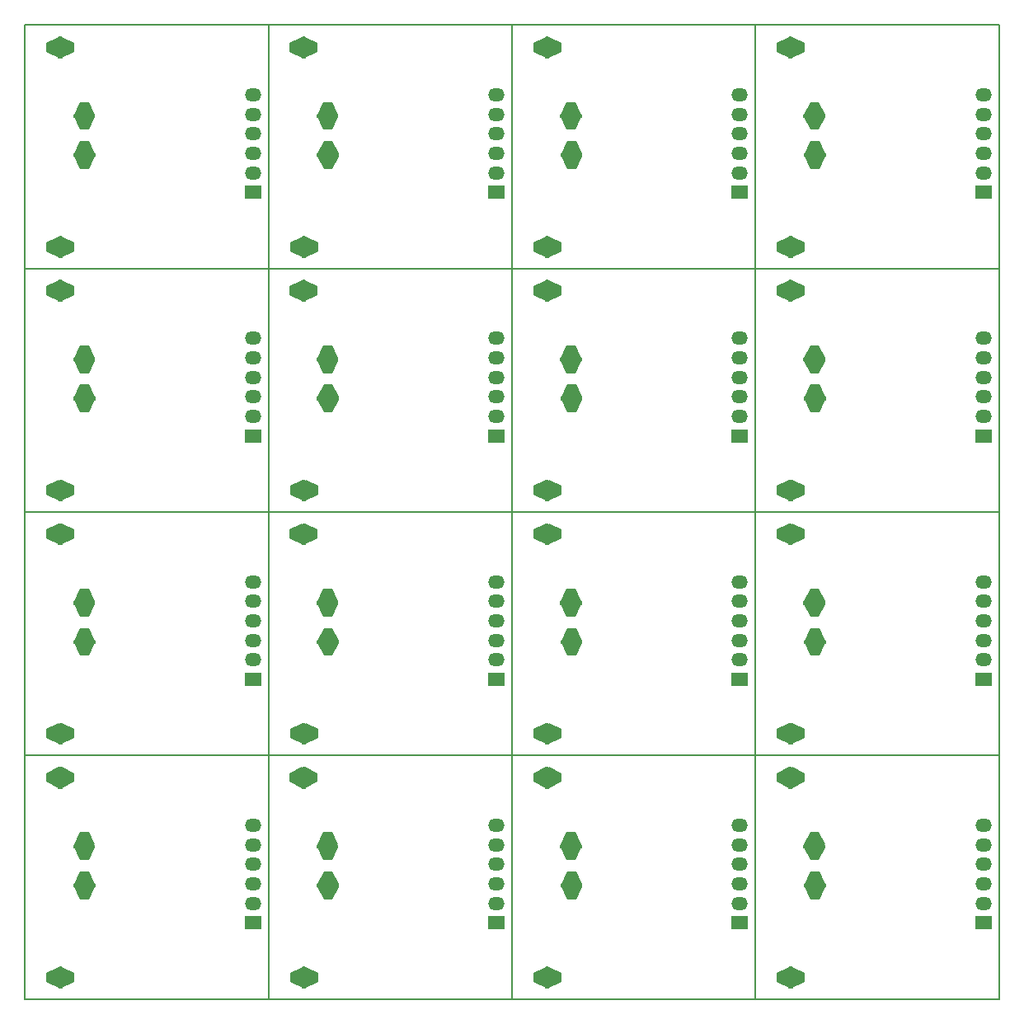
<source format=gbs>
G04 #@! TF.FileFunction,Soldermask,Bot*
%FSLAX46Y46*%
G04 Gerber Fmt 4.6, Leading zero omitted, Abs format (unit mm)*
G04 Created by KiCad (PCBNEW 4.0.2-stable) date 11/12/2017 1:18:08 PM*
%MOMM*%
G01*
G04 APERTURE LIST*
%ADD10C,0.100000*%
%ADD11C,0.150000*%
%ADD12R,1.700000X1.350000*%
%ADD13O,1.700000X1.350000*%
G04 APERTURE END LIST*
D10*
D11*
X165000000Y-125000000D02*
X190000000Y-125000000D01*
X165000000Y-125000000D02*
X165000000Y-150000000D01*
X190000000Y-150000000D02*
X165000000Y-150000000D01*
X190000000Y-125000000D02*
X190000000Y-150000000D01*
X165000000Y-150000000D02*
X165000000Y-125000000D01*
X90000000Y-150000000D02*
X90000000Y-125000000D01*
X115000000Y-125000000D02*
X115000000Y-150000000D01*
X115000000Y-150000000D02*
X90000000Y-150000000D01*
X90000000Y-125000000D02*
X115000000Y-125000000D01*
X115000000Y-150000000D02*
X115000000Y-125000000D01*
X140000000Y-125000000D02*
X165000000Y-125000000D01*
X140000000Y-125000000D02*
X140000000Y-150000000D01*
X115000000Y-125000000D02*
X140000000Y-125000000D01*
X140000000Y-150000000D02*
X140000000Y-125000000D01*
X140000000Y-150000000D02*
X115000000Y-150000000D01*
X165000000Y-150000000D02*
X140000000Y-150000000D01*
X165000000Y-100000000D02*
X190000000Y-100000000D01*
X165000000Y-100000000D02*
X165000000Y-125000000D01*
X190000000Y-125000000D02*
X165000000Y-125000000D01*
X190000000Y-100000000D02*
X190000000Y-125000000D01*
X165000000Y-125000000D02*
X165000000Y-100000000D01*
X90000000Y-125000000D02*
X90000000Y-100000000D01*
X115000000Y-100000000D02*
X115000000Y-125000000D01*
X115000000Y-125000000D02*
X90000000Y-125000000D01*
X90000000Y-100000000D02*
X115000000Y-100000000D01*
X115000000Y-125000000D02*
X115000000Y-100000000D01*
X140000000Y-100000000D02*
X165000000Y-100000000D01*
X140000000Y-100000000D02*
X140000000Y-125000000D01*
X115000000Y-100000000D02*
X140000000Y-100000000D01*
X140000000Y-125000000D02*
X140000000Y-100000000D01*
X140000000Y-125000000D02*
X115000000Y-125000000D01*
X165000000Y-125000000D02*
X140000000Y-125000000D01*
X165000000Y-75000000D02*
X190000000Y-75000000D01*
X165000000Y-75000000D02*
X165000000Y-100000000D01*
X190000000Y-100000000D02*
X165000000Y-100000000D01*
X190000000Y-75000000D02*
X190000000Y-100000000D01*
X165000000Y-100000000D02*
X165000000Y-75000000D01*
X90000000Y-100000000D02*
X90000000Y-75000000D01*
X115000000Y-75000000D02*
X115000000Y-100000000D01*
X115000000Y-100000000D02*
X90000000Y-100000000D01*
X90000000Y-75000000D02*
X115000000Y-75000000D01*
X115000000Y-100000000D02*
X115000000Y-75000000D01*
X140000000Y-75000000D02*
X165000000Y-75000000D01*
X140000000Y-75000000D02*
X140000000Y-100000000D01*
X115000000Y-75000000D02*
X140000000Y-75000000D01*
X140000000Y-100000000D02*
X140000000Y-75000000D01*
X140000000Y-100000000D02*
X115000000Y-100000000D01*
X165000000Y-100000000D02*
X140000000Y-100000000D01*
X190000000Y-75000000D02*
X165000000Y-75000000D01*
X165000000Y-75000000D02*
X140000000Y-75000000D01*
X140000000Y-75000000D02*
X140000000Y-50000000D01*
X165000000Y-50000000D02*
X165000000Y-75000000D01*
X165000000Y-50000000D02*
X190000000Y-50000000D01*
X190000000Y-50000000D02*
X190000000Y-75000000D01*
X165000000Y-75000000D02*
X165000000Y-50000000D01*
X140000000Y-50000000D02*
X165000000Y-50000000D01*
X115000000Y-50000000D02*
X140000000Y-50000000D01*
X140000000Y-75000000D02*
X115000000Y-75000000D01*
X115000000Y-75000000D02*
X115000000Y-50000000D01*
X140000000Y-50000000D02*
X140000000Y-75000000D01*
X90000000Y-75000000D02*
X90000000Y-50000000D01*
X115000000Y-75000000D02*
X90000000Y-75000000D01*
X115000000Y-50000000D02*
X115000000Y-75000000D01*
X90000000Y-50000000D02*
X115000000Y-50000000D01*
X168606600Y-126269800D02*
X168606600Y-128327200D01*
X168454200Y-126244400D02*
X168454200Y-128327200D01*
X168733600Y-126244400D02*
X168454200Y-126244400D01*
X168733600Y-128327200D02*
X168733600Y-126244400D01*
X168454200Y-128327200D02*
X168733600Y-128327200D01*
X168632000Y-146767600D02*
X168632000Y-148825000D01*
X168479600Y-146742200D02*
X168479600Y-148825000D01*
X168759000Y-146742200D02*
X168479600Y-146742200D01*
X168759000Y-148825000D02*
X168759000Y-146742200D01*
X168479600Y-148825000D02*
X168759000Y-148825000D01*
X147111800Y-138334800D02*
X145054400Y-138334800D01*
X147137200Y-138182400D02*
X145054400Y-138182400D01*
X147137200Y-138461800D02*
X147137200Y-138182400D01*
X145054400Y-138461800D02*
X147137200Y-138461800D01*
X145054400Y-138182400D02*
X145054400Y-138461800D01*
X147061000Y-134321600D02*
X145003600Y-134321600D01*
X147086400Y-134169200D02*
X145003600Y-134169200D01*
X147086400Y-134448600D02*
X147086400Y-134169200D01*
X145003600Y-134448600D02*
X147086400Y-134448600D01*
X145003600Y-134169200D02*
X145003600Y-134448600D01*
X143606600Y-126269800D02*
X143606600Y-128327200D01*
X143454200Y-126244400D02*
X143454200Y-128327200D01*
X143733600Y-126244400D02*
X143454200Y-126244400D01*
X143733600Y-128327200D02*
X143733600Y-126244400D01*
X143454200Y-128327200D02*
X143733600Y-128327200D01*
X143632000Y-146767600D02*
X143632000Y-148825000D01*
X143479600Y-146742200D02*
X143479600Y-148825000D01*
X143759000Y-146742200D02*
X143479600Y-146742200D01*
X143759000Y-148825000D02*
X143759000Y-146742200D01*
X143479600Y-148825000D02*
X143759000Y-148825000D01*
X172111800Y-138334800D02*
X170054400Y-138334800D01*
X172137200Y-138182400D02*
X170054400Y-138182400D01*
X172137200Y-138461800D02*
X172137200Y-138182400D01*
X170054400Y-138461800D02*
X172137200Y-138461800D01*
X170054400Y-138182400D02*
X170054400Y-138461800D01*
X172061000Y-134321600D02*
X170003600Y-134321600D01*
X172086400Y-134169200D02*
X170003600Y-134169200D01*
X172086400Y-134448600D02*
X172086400Y-134169200D01*
X170003600Y-134448600D02*
X172086400Y-134448600D01*
X170003600Y-134169200D02*
X170003600Y-134448600D01*
X93632000Y-146767600D02*
X93632000Y-148825000D01*
X93479600Y-146742200D02*
X93479600Y-148825000D01*
X93759000Y-146742200D02*
X93479600Y-146742200D01*
X93759000Y-148825000D02*
X93759000Y-146742200D01*
X93479600Y-148825000D02*
X93759000Y-148825000D01*
X93606600Y-126269800D02*
X93606600Y-128327200D01*
X93454200Y-126244400D02*
X93454200Y-128327200D01*
X93733600Y-126244400D02*
X93454200Y-126244400D01*
X93733600Y-128327200D02*
X93733600Y-126244400D01*
X93454200Y-128327200D02*
X93733600Y-128327200D01*
X97061000Y-134321600D02*
X95003600Y-134321600D01*
X97086400Y-134169200D02*
X95003600Y-134169200D01*
X97086400Y-134448600D02*
X97086400Y-134169200D01*
X95003600Y-134448600D02*
X97086400Y-134448600D01*
X95003600Y-134169200D02*
X95003600Y-134448600D01*
X97111800Y-138334800D02*
X95054400Y-138334800D01*
X97137200Y-138182400D02*
X95054400Y-138182400D01*
X97137200Y-138461800D02*
X97137200Y-138182400D01*
X95054400Y-138461800D02*
X97137200Y-138461800D01*
X95054400Y-138182400D02*
X95054400Y-138461800D01*
X122061000Y-134321600D02*
X120003600Y-134321600D01*
X122086400Y-134169200D02*
X120003600Y-134169200D01*
X122086400Y-134448600D02*
X122086400Y-134169200D01*
X120003600Y-134448600D02*
X122086400Y-134448600D01*
X120003600Y-134169200D02*
X120003600Y-134448600D01*
X118632000Y-146767600D02*
X118632000Y-148825000D01*
X118479600Y-146742200D02*
X118479600Y-148825000D01*
X118759000Y-146742200D02*
X118479600Y-146742200D01*
X118759000Y-148825000D02*
X118759000Y-146742200D01*
X118479600Y-148825000D02*
X118759000Y-148825000D01*
X118606600Y-126269800D02*
X118606600Y-128327200D01*
X118454200Y-126244400D02*
X118454200Y-128327200D01*
X118733600Y-126244400D02*
X118454200Y-126244400D01*
X118733600Y-128327200D02*
X118733600Y-126244400D01*
X118454200Y-128327200D02*
X118733600Y-128327200D01*
X122111800Y-138334800D02*
X120054400Y-138334800D01*
X122137200Y-138182400D02*
X120054400Y-138182400D01*
X122137200Y-138461800D02*
X122137200Y-138182400D01*
X120054400Y-138461800D02*
X122137200Y-138461800D01*
X120054400Y-138182400D02*
X120054400Y-138461800D01*
X168606600Y-101269800D02*
X168606600Y-103327200D01*
X168454200Y-101244400D02*
X168454200Y-103327200D01*
X168733600Y-101244400D02*
X168454200Y-101244400D01*
X168733600Y-103327200D02*
X168733600Y-101244400D01*
X168454200Y-103327200D02*
X168733600Y-103327200D01*
X168632000Y-121767600D02*
X168632000Y-123825000D01*
X168479600Y-121742200D02*
X168479600Y-123825000D01*
X168759000Y-121742200D02*
X168479600Y-121742200D01*
X168759000Y-123825000D02*
X168759000Y-121742200D01*
X168479600Y-123825000D02*
X168759000Y-123825000D01*
X147111800Y-113334800D02*
X145054400Y-113334800D01*
X147137200Y-113182400D02*
X145054400Y-113182400D01*
X147137200Y-113461800D02*
X147137200Y-113182400D01*
X145054400Y-113461800D02*
X147137200Y-113461800D01*
X145054400Y-113182400D02*
X145054400Y-113461800D01*
X147061000Y-109321600D02*
X145003600Y-109321600D01*
X147086400Y-109169200D02*
X145003600Y-109169200D01*
X147086400Y-109448600D02*
X147086400Y-109169200D01*
X145003600Y-109448600D02*
X147086400Y-109448600D01*
X145003600Y-109169200D02*
X145003600Y-109448600D01*
X143606600Y-101269800D02*
X143606600Y-103327200D01*
X143454200Y-101244400D02*
X143454200Y-103327200D01*
X143733600Y-101244400D02*
X143454200Y-101244400D01*
X143733600Y-103327200D02*
X143733600Y-101244400D01*
X143454200Y-103327200D02*
X143733600Y-103327200D01*
X143632000Y-121767600D02*
X143632000Y-123825000D01*
X143479600Y-121742200D02*
X143479600Y-123825000D01*
X143759000Y-121742200D02*
X143479600Y-121742200D01*
X143759000Y-123825000D02*
X143759000Y-121742200D01*
X143479600Y-123825000D02*
X143759000Y-123825000D01*
X172111800Y-113334800D02*
X170054400Y-113334800D01*
X172137200Y-113182400D02*
X170054400Y-113182400D01*
X172137200Y-113461800D02*
X172137200Y-113182400D01*
X170054400Y-113461800D02*
X172137200Y-113461800D01*
X170054400Y-113182400D02*
X170054400Y-113461800D01*
X172061000Y-109321600D02*
X170003600Y-109321600D01*
X172086400Y-109169200D02*
X170003600Y-109169200D01*
X172086400Y-109448600D02*
X172086400Y-109169200D01*
X170003600Y-109448600D02*
X172086400Y-109448600D01*
X170003600Y-109169200D02*
X170003600Y-109448600D01*
X93632000Y-121767600D02*
X93632000Y-123825000D01*
X93479600Y-121742200D02*
X93479600Y-123825000D01*
X93759000Y-121742200D02*
X93479600Y-121742200D01*
X93759000Y-123825000D02*
X93759000Y-121742200D01*
X93479600Y-123825000D02*
X93759000Y-123825000D01*
X93606600Y-101269800D02*
X93606600Y-103327200D01*
X93454200Y-101244400D02*
X93454200Y-103327200D01*
X93733600Y-101244400D02*
X93454200Y-101244400D01*
X93733600Y-103327200D02*
X93733600Y-101244400D01*
X93454200Y-103327200D02*
X93733600Y-103327200D01*
X97061000Y-109321600D02*
X95003600Y-109321600D01*
X97086400Y-109169200D02*
X95003600Y-109169200D01*
X97086400Y-109448600D02*
X97086400Y-109169200D01*
X95003600Y-109448600D02*
X97086400Y-109448600D01*
X95003600Y-109169200D02*
X95003600Y-109448600D01*
X97111800Y-113334800D02*
X95054400Y-113334800D01*
X97137200Y-113182400D02*
X95054400Y-113182400D01*
X97137200Y-113461800D02*
X97137200Y-113182400D01*
X95054400Y-113461800D02*
X97137200Y-113461800D01*
X95054400Y-113182400D02*
X95054400Y-113461800D01*
X122061000Y-109321600D02*
X120003600Y-109321600D01*
X122086400Y-109169200D02*
X120003600Y-109169200D01*
X122086400Y-109448600D02*
X122086400Y-109169200D01*
X120003600Y-109448600D02*
X122086400Y-109448600D01*
X120003600Y-109169200D02*
X120003600Y-109448600D01*
X118632000Y-121767600D02*
X118632000Y-123825000D01*
X118479600Y-121742200D02*
X118479600Y-123825000D01*
X118759000Y-121742200D02*
X118479600Y-121742200D01*
X118759000Y-123825000D02*
X118759000Y-121742200D01*
X118479600Y-123825000D02*
X118759000Y-123825000D01*
X118606600Y-101269800D02*
X118606600Y-103327200D01*
X118454200Y-101244400D02*
X118454200Y-103327200D01*
X118733600Y-101244400D02*
X118454200Y-101244400D01*
X118733600Y-103327200D02*
X118733600Y-101244400D01*
X118454200Y-103327200D02*
X118733600Y-103327200D01*
X122111800Y-113334800D02*
X120054400Y-113334800D01*
X122137200Y-113182400D02*
X120054400Y-113182400D01*
X122137200Y-113461800D02*
X122137200Y-113182400D01*
X120054400Y-113461800D02*
X122137200Y-113461800D01*
X120054400Y-113182400D02*
X120054400Y-113461800D01*
X168606600Y-76269800D02*
X168606600Y-78327200D01*
X168454200Y-76244400D02*
X168454200Y-78327200D01*
X168733600Y-76244400D02*
X168454200Y-76244400D01*
X168733600Y-78327200D02*
X168733600Y-76244400D01*
X168454200Y-78327200D02*
X168733600Y-78327200D01*
X168632000Y-96767600D02*
X168632000Y-98825000D01*
X168479600Y-96742200D02*
X168479600Y-98825000D01*
X168759000Y-96742200D02*
X168479600Y-96742200D01*
X168759000Y-98825000D02*
X168759000Y-96742200D01*
X168479600Y-98825000D02*
X168759000Y-98825000D01*
X147111800Y-88334800D02*
X145054400Y-88334800D01*
X147137200Y-88182400D02*
X145054400Y-88182400D01*
X147137200Y-88461800D02*
X147137200Y-88182400D01*
X145054400Y-88461800D02*
X147137200Y-88461800D01*
X145054400Y-88182400D02*
X145054400Y-88461800D01*
X147061000Y-84321600D02*
X145003600Y-84321600D01*
X147086400Y-84169200D02*
X145003600Y-84169200D01*
X147086400Y-84448600D02*
X147086400Y-84169200D01*
X145003600Y-84448600D02*
X147086400Y-84448600D01*
X145003600Y-84169200D02*
X145003600Y-84448600D01*
X143606600Y-76269800D02*
X143606600Y-78327200D01*
X143454200Y-76244400D02*
X143454200Y-78327200D01*
X143733600Y-76244400D02*
X143454200Y-76244400D01*
X143733600Y-78327200D02*
X143733600Y-76244400D01*
X143454200Y-78327200D02*
X143733600Y-78327200D01*
X143632000Y-96767600D02*
X143632000Y-98825000D01*
X143479600Y-96742200D02*
X143479600Y-98825000D01*
X143759000Y-96742200D02*
X143479600Y-96742200D01*
X143759000Y-98825000D02*
X143759000Y-96742200D01*
X143479600Y-98825000D02*
X143759000Y-98825000D01*
X172111800Y-88334800D02*
X170054400Y-88334800D01*
X172137200Y-88182400D02*
X170054400Y-88182400D01*
X172137200Y-88461800D02*
X172137200Y-88182400D01*
X170054400Y-88461800D02*
X172137200Y-88461800D01*
X170054400Y-88182400D02*
X170054400Y-88461800D01*
X172061000Y-84321600D02*
X170003600Y-84321600D01*
X172086400Y-84169200D02*
X170003600Y-84169200D01*
X172086400Y-84448600D02*
X172086400Y-84169200D01*
X170003600Y-84448600D02*
X172086400Y-84448600D01*
X170003600Y-84169200D02*
X170003600Y-84448600D01*
X93632000Y-96767600D02*
X93632000Y-98825000D01*
X93479600Y-96742200D02*
X93479600Y-98825000D01*
X93759000Y-96742200D02*
X93479600Y-96742200D01*
X93759000Y-98825000D02*
X93759000Y-96742200D01*
X93479600Y-98825000D02*
X93759000Y-98825000D01*
X93606600Y-76269800D02*
X93606600Y-78327200D01*
X93454200Y-76244400D02*
X93454200Y-78327200D01*
X93733600Y-76244400D02*
X93454200Y-76244400D01*
X93733600Y-78327200D02*
X93733600Y-76244400D01*
X93454200Y-78327200D02*
X93733600Y-78327200D01*
X97061000Y-84321600D02*
X95003600Y-84321600D01*
X97086400Y-84169200D02*
X95003600Y-84169200D01*
X97086400Y-84448600D02*
X97086400Y-84169200D01*
X95003600Y-84448600D02*
X97086400Y-84448600D01*
X95003600Y-84169200D02*
X95003600Y-84448600D01*
X97111800Y-88334800D02*
X95054400Y-88334800D01*
X97137200Y-88182400D02*
X95054400Y-88182400D01*
X97137200Y-88461800D02*
X97137200Y-88182400D01*
X95054400Y-88461800D02*
X97137200Y-88461800D01*
X95054400Y-88182400D02*
X95054400Y-88461800D01*
X122061000Y-84321600D02*
X120003600Y-84321600D01*
X122086400Y-84169200D02*
X120003600Y-84169200D01*
X122086400Y-84448600D02*
X122086400Y-84169200D01*
X120003600Y-84448600D02*
X122086400Y-84448600D01*
X120003600Y-84169200D02*
X120003600Y-84448600D01*
X118632000Y-96767600D02*
X118632000Y-98825000D01*
X118479600Y-96742200D02*
X118479600Y-98825000D01*
X118759000Y-96742200D02*
X118479600Y-96742200D01*
X118759000Y-98825000D02*
X118759000Y-96742200D01*
X118479600Y-98825000D02*
X118759000Y-98825000D01*
X118606600Y-76269800D02*
X118606600Y-78327200D01*
X118454200Y-76244400D02*
X118454200Y-78327200D01*
X118733600Y-76244400D02*
X118454200Y-76244400D01*
X118733600Y-78327200D02*
X118733600Y-76244400D01*
X118454200Y-78327200D02*
X118733600Y-78327200D01*
X122111800Y-88334800D02*
X120054400Y-88334800D01*
X122137200Y-88182400D02*
X120054400Y-88182400D01*
X122137200Y-88461800D02*
X122137200Y-88182400D01*
X120054400Y-88461800D02*
X122137200Y-88461800D01*
X120054400Y-88182400D02*
X120054400Y-88461800D01*
X143606600Y-51269800D02*
X143606600Y-53327200D01*
X143454200Y-51244400D02*
X143454200Y-53327200D01*
X143733600Y-51244400D02*
X143454200Y-51244400D01*
X143733600Y-53327200D02*
X143733600Y-51244400D01*
X143454200Y-53327200D02*
X143733600Y-53327200D01*
X147061000Y-59321600D02*
X145003600Y-59321600D01*
X147086400Y-59169200D02*
X145003600Y-59169200D01*
X147086400Y-59448600D02*
X147086400Y-59169200D01*
X145003600Y-59448600D02*
X147086400Y-59448600D01*
X145003600Y-59169200D02*
X145003600Y-59448600D01*
X143632000Y-71767600D02*
X143632000Y-73825000D01*
X143479600Y-71742200D02*
X143479600Y-73825000D01*
X143759000Y-71742200D02*
X143479600Y-71742200D01*
X143759000Y-73825000D02*
X143759000Y-71742200D01*
X143479600Y-73825000D02*
X143759000Y-73825000D01*
X147111800Y-63334800D02*
X145054400Y-63334800D01*
X147137200Y-63182400D02*
X145054400Y-63182400D01*
X147137200Y-63461800D02*
X147137200Y-63182400D01*
X145054400Y-63461800D02*
X147137200Y-63461800D01*
X145054400Y-63182400D02*
X145054400Y-63461800D01*
X172061000Y-59321600D02*
X170003600Y-59321600D01*
X172086400Y-59169200D02*
X170003600Y-59169200D01*
X172086400Y-59448600D02*
X172086400Y-59169200D01*
X170003600Y-59448600D02*
X172086400Y-59448600D01*
X170003600Y-59169200D02*
X170003600Y-59448600D01*
X168606600Y-51269800D02*
X168606600Y-53327200D01*
X168454200Y-51244400D02*
X168454200Y-53327200D01*
X168733600Y-51244400D02*
X168454200Y-51244400D01*
X168733600Y-53327200D02*
X168733600Y-51244400D01*
X168454200Y-53327200D02*
X168733600Y-53327200D01*
X172111800Y-63334800D02*
X170054400Y-63334800D01*
X172137200Y-63182400D02*
X170054400Y-63182400D01*
X172137200Y-63461800D02*
X172137200Y-63182400D01*
X170054400Y-63461800D02*
X172137200Y-63461800D01*
X170054400Y-63182400D02*
X170054400Y-63461800D01*
X168632000Y-71767600D02*
X168632000Y-73825000D01*
X168479600Y-71742200D02*
X168479600Y-73825000D01*
X168759000Y-71742200D02*
X168479600Y-71742200D01*
X168759000Y-73825000D02*
X168759000Y-71742200D01*
X168479600Y-73825000D02*
X168759000Y-73825000D01*
X122111800Y-63334800D02*
X120054400Y-63334800D01*
X122137200Y-63182400D02*
X120054400Y-63182400D01*
X122137200Y-63461800D02*
X122137200Y-63182400D01*
X120054400Y-63461800D02*
X122137200Y-63461800D01*
X120054400Y-63182400D02*
X120054400Y-63461800D01*
X118606600Y-51269800D02*
X118606600Y-53327200D01*
X118454200Y-51244400D02*
X118454200Y-53327200D01*
X118733600Y-51244400D02*
X118454200Y-51244400D01*
X118733600Y-53327200D02*
X118733600Y-51244400D01*
X118454200Y-53327200D02*
X118733600Y-53327200D01*
X118632000Y-71767600D02*
X118632000Y-73825000D01*
X118479600Y-71742200D02*
X118479600Y-73825000D01*
X118759000Y-71742200D02*
X118479600Y-71742200D01*
X118759000Y-73825000D02*
X118759000Y-71742200D01*
X118479600Y-73825000D02*
X118759000Y-73825000D01*
X122061000Y-59321600D02*
X120003600Y-59321600D01*
X122086400Y-59169200D02*
X120003600Y-59169200D01*
X122086400Y-59448600D02*
X122086400Y-59169200D01*
X120003600Y-59448600D02*
X122086400Y-59448600D01*
X120003600Y-59169200D02*
X120003600Y-59448600D01*
X93632000Y-71767600D02*
X93632000Y-73825000D01*
X93479600Y-71742200D02*
X93479600Y-73825000D01*
X93759000Y-71742200D02*
X93479600Y-71742200D01*
X93759000Y-73825000D02*
X93759000Y-71742200D01*
X93479600Y-73825000D02*
X93759000Y-73825000D01*
X93606600Y-51269800D02*
X93606600Y-53327200D01*
X93454200Y-51244400D02*
X93454200Y-53327200D01*
X93733600Y-51244400D02*
X93454200Y-51244400D01*
X93733600Y-53327200D02*
X93733600Y-51244400D01*
X93454200Y-53327200D02*
X93733600Y-53327200D01*
X97061000Y-59321600D02*
X95003600Y-59321600D01*
X97086400Y-59169200D02*
X95003600Y-59169200D01*
X97086400Y-59448600D02*
X97086400Y-59169200D01*
X95003600Y-59448600D02*
X97086400Y-59448600D01*
X95003600Y-59169200D02*
X95003600Y-59448600D01*
X97111800Y-63334800D02*
X95054400Y-63334800D01*
X97137200Y-63182400D02*
X95054400Y-63182400D01*
X97137200Y-63461800D02*
X97137200Y-63182400D01*
X95054400Y-63461800D02*
X97137200Y-63461800D01*
X95054400Y-63182400D02*
X95054400Y-63461800D01*
D10*
G36*
X168771600Y-128322400D02*
X168771600Y-126198400D01*
X170041600Y-126798400D01*
X170041600Y-127722400D01*
X168771600Y-128322400D01*
X168771600Y-128322400D01*
G37*
G36*
X167171600Y-127722400D02*
X167171600Y-126798400D01*
X168441600Y-126198400D01*
X168441600Y-128322400D01*
X167171600Y-127722400D01*
X167171600Y-127722400D01*
G37*
D12*
X163393200Y-142175800D03*
D13*
X163393200Y-140175800D03*
X163393200Y-138175800D03*
X163393200Y-136175800D03*
X163393200Y-134175800D03*
X163393200Y-132175800D03*
D10*
G36*
X168797000Y-148820200D02*
X168797000Y-146696200D01*
X170067000Y-147296200D01*
X170067000Y-148220200D01*
X168797000Y-148820200D01*
X168797000Y-148820200D01*
G37*
G36*
X167197000Y-148220200D02*
X167197000Y-147296200D01*
X168467000Y-146696200D01*
X168467000Y-148820200D01*
X167197000Y-148220200D01*
X167197000Y-148220200D01*
G37*
D12*
X138393200Y-142175800D03*
D13*
X138393200Y-140175800D03*
X138393200Y-138175800D03*
X138393200Y-136175800D03*
X138393200Y-134175800D03*
X138393200Y-132175800D03*
D10*
G36*
X145059200Y-138499800D02*
X147183200Y-138499800D01*
X146583200Y-139769800D01*
X145659200Y-139769800D01*
X145059200Y-138499800D01*
X145059200Y-138499800D01*
G37*
G36*
X145659200Y-136899800D02*
X146583200Y-136899800D01*
X147183200Y-138169800D01*
X145059200Y-138169800D01*
X145659200Y-136899800D01*
X145659200Y-136899800D01*
G37*
G36*
X145008400Y-134486600D02*
X147132400Y-134486600D01*
X146532400Y-135756600D01*
X145608400Y-135756600D01*
X145008400Y-134486600D01*
X145008400Y-134486600D01*
G37*
G36*
X145608400Y-132886600D02*
X146532400Y-132886600D01*
X147132400Y-134156600D01*
X145008400Y-134156600D01*
X145608400Y-132886600D01*
X145608400Y-132886600D01*
G37*
G36*
X143771600Y-128322400D02*
X143771600Y-126198400D01*
X145041600Y-126798400D01*
X145041600Y-127722400D01*
X143771600Y-128322400D01*
X143771600Y-128322400D01*
G37*
G36*
X142171600Y-127722400D02*
X142171600Y-126798400D01*
X143441600Y-126198400D01*
X143441600Y-128322400D01*
X142171600Y-127722400D01*
X142171600Y-127722400D01*
G37*
G36*
X143797000Y-148820200D02*
X143797000Y-146696200D01*
X145067000Y-147296200D01*
X145067000Y-148220200D01*
X143797000Y-148820200D01*
X143797000Y-148820200D01*
G37*
G36*
X142197000Y-148220200D02*
X142197000Y-147296200D01*
X143467000Y-146696200D01*
X143467000Y-148820200D01*
X142197000Y-148220200D01*
X142197000Y-148220200D01*
G37*
D12*
X188393200Y-142175800D03*
D13*
X188393200Y-140175800D03*
X188393200Y-138175800D03*
X188393200Y-136175800D03*
X188393200Y-134175800D03*
X188393200Y-132175800D03*
D10*
G36*
X170059200Y-138499800D02*
X172183200Y-138499800D01*
X171583200Y-139769800D01*
X170659200Y-139769800D01*
X170059200Y-138499800D01*
X170059200Y-138499800D01*
G37*
G36*
X170659200Y-136899800D02*
X171583200Y-136899800D01*
X172183200Y-138169800D01*
X170059200Y-138169800D01*
X170659200Y-136899800D01*
X170659200Y-136899800D01*
G37*
G36*
X170008400Y-134486600D02*
X172132400Y-134486600D01*
X171532400Y-135756600D01*
X170608400Y-135756600D01*
X170008400Y-134486600D01*
X170008400Y-134486600D01*
G37*
G36*
X170608400Y-132886600D02*
X171532400Y-132886600D01*
X172132400Y-134156600D01*
X170008400Y-134156600D01*
X170608400Y-132886600D01*
X170608400Y-132886600D01*
G37*
G36*
X93797000Y-148820200D02*
X93797000Y-146696200D01*
X95067000Y-147296200D01*
X95067000Y-148220200D01*
X93797000Y-148820200D01*
X93797000Y-148820200D01*
G37*
G36*
X92197000Y-148220200D02*
X92197000Y-147296200D01*
X93467000Y-146696200D01*
X93467000Y-148820200D01*
X92197000Y-148220200D01*
X92197000Y-148220200D01*
G37*
G36*
X93771600Y-128322400D02*
X93771600Y-126198400D01*
X95041600Y-126798400D01*
X95041600Y-127722400D01*
X93771600Y-128322400D01*
X93771600Y-128322400D01*
G37*
G36*
X92171600Y-127722400D02*
X92171600Y-126798400D01*
X93441600Y-126198400D01*
X93441600Y-128322400D01*
X92171600Y-127722400D01*
X92171600Y-127722400D01*
G37*
G36*
X95008400Y-134486600D02*
X97132400Y-134486600D01*
X96532400Y-135756600D01*
X95608400Y-135756600D01*
X95008400Y-134486600D01*
X95008400Y-134486600D01*
G37*
G36*
X95608400Y-132886600D02*
X96532400Y-132886600D01*
X97132400Y-134156600D01*
X95008400Y-134156600D01*
X95608400Y-132886600D01*
X95608400Y-132886600D01*
G37*
G36*
X95059200Y-138499800D02*
X97183200Y-138499800D01*
X96583200Y-139769800D01*
X95659200Y-139769800D01*
X95059200Y-138499800D01*
X95059200Y-138499800D01*
G37*
G36*
X95659200Y-136899800D02*
X96583200Y-136899800D01*
X97183200Y-138169800D01*
X95059200Y-138169800D01*
X95659200Y-136899800D01*
X95659200Y-136899800D01*
G37*
G36*
X120008400Y-134486600D02*
X122132400Y-134486600D01*
X121532400Y-135756600D01*
X120608400Y-135756600D01*
X120008400Y-134486600D01*
X120008400Y-134486600D01*
G37*
G36*
X120608400Y-132886600D02*
X121532400Y-132886600D01*
X122132400Y-134156600D01*
X120008400Y-134156600D01*
X120608400Y-132886600D01*
X120608400Y-132886600D01*
G37*
G36*
X118797000Y-148820200D02*
X118797000Y-146696200D01*
X120067000Y-147296200D01*
X120067000Y-148220200D01*
X118797000Y-148820200D01*
X118797000Y-148820200D01*
G37*
G36*
X117197000Y-148220200D02*
X117197000Y-147296200D01*
X118467000Y-146696200D01*
X118467000Y-148820200D01*
X117197000Y-148220200D01*
X117197000Y-148220200D01*
G37*
G36*
X118771600Y-128322400D02*
X118771600Y-126198400D01*
X120041600Y-126798400D01*
X120041600Y-127722400D01*
X118771600Y-128322400D01*
X118771600Y-128322400D01*
G37*
G36*
X117171600Y-127722400D02*
X117171600Y-126798400D01*
X118441600Y-126198400D01*
X118441600Y-128322400D01*
X117171600Y-127722400D01*
X117171600Y-127722400D01*
G37*
D12*
X113393200Y-142175800D03*
D13*
X113393200Y-140175800D03*
X113393200Y-138175800D03*
X113393200Y-136175800D03*
X113393200Y-134175800D03*
X113393200Y-132175800D03*
D10*
G36*
X120059200Y-138499800D02*
X122183200Y-138499800D01*
X121583200Y-139769800D01*
X120659200Y-139769800D01*
X120059200Y-138499800D01*
X120059200Y-138499800D01*
G37*
G36*
X120659200Y-136899800D02*
X121583200Y-136899800D01*
X122183200Y-138169800D01*
X120059200Y-138169800D01*
X120659200Y-136899800D01*
X120659200Y-136899800D01*
G37*
G36*
X168771600Y-103322400D02*
X168771600Y-101198400D01*
X170041600Y-101798400D01*
X170041600Y-102722400D01*
X168771600Y-103322400D01*
X168771600Y-103322400D01*
G37*
G36*
X167171600Y-102722400D02*
X167171600Y-101798400D01*
X168441600Y-101198400D01*
X168441600Y-103322400D01*
X167171600Y-102722400D01*
X167171600Y-102722400D01*
G37*
D12*
X163393200Y-117175800D03*
D13*
X163393200Y-115175800D03*
X163393200Y-113175800D03*
X163393200Y-111175800D03*
X163393200Y-109175800D03*
X163393200Y-107175800D03*
D10*
G36*
X168797000Y-123820200D02*
X168797000Y-121696200D01*
X170067000Y-122296200D01*
X170067000Y-123220200D01*
X168797000Y-123820200D01*
X168797000Y-123820200D01*
G37*
G36*
X167197000Y-123220200D02*
X167197000Y-122296200D01*
X168467000Y-121696200D01*
X168467000Y-123820200D01*
X167197000Y-123220200D01*
X167197000Y-123220200D01*
G37*
D12*
X138393200Y-117175800D03*
D13*
X138393200Y-115175800D03*
X138393200Y-113175800D03*
X138393200Y-111175800D03*
X138393200Y-109175800D03*
X138393200Y-107175800D03*
D10*
G36*
X145059200Y-113499800D02*
X147183200Y-113499800D01*
X146583200Y-114769800D01*
X145659200Y-114769800D01*
X145059200Y-113499800D01*
X145059200Y-113499800D01*
G37*
G36*
X145659200Y-111899800D02*
X146583200Y-111899800D01*
X147183200Y-113169800D01*
X145059200Y-113169800D01*
X145659200Y-111899800D01*
X145659200Y-111899800D01*
G37*
G36*
X145008400Y-109486600D02*
X147132400Y-109486600D01*
X146532400Y-110756600D01*
X145608400Y-110756600D01*
X145008400Y-109486600D01*
X145008400Y-109486600D01*
G37*
G36*
X145608400Y-107886600D02*
X146532400Y-107886600D01*
X147132400Y-109156600D01*
X145008400Y-109156600D01*
X145608400Y-107886600D01*
X145608400Y-107886600D01*
G37*
G36*
X143771600Y-103322400D02*
X143771600Y-101198400D01*
X145041600Y-101798400D01*
X145041600Y-102722400D01*
X143771600Y-103322400D01*
X143771600Y-103322400D01*
G37*
G36*
X142171600Y-102722400D02*
X142171600Y-101798400D01*
X143441600Y-101198400D01*
X143441600Y-103322400D01*
X142171600Y-102722400D01*
X142171600Y-102722400D01*
G37*
G36*
X143797000Y-123820200D02*
X143797000Y-121696200D01*
X145067000Y-122296200D01*
X145067000Y-123220200D01*
X143797000Y-123820200D01*
X143797000Y-123820200D01*
G37*
G36*
X142197000Y-123220200D02*
X142197000Y-122296200D01*
X143467000Y-121696200D01*
X143467000Y-123820200D01*
X142197000Y-123220200D01*
X142197000Y-123220200D01*
G37*
D12*
X188393200Y-117175800D03*
D13*
X188393200Y-115175800D03*
X188393200Y-113175800D03*
X188393200Y-111175800D03*
X188393200Y-109175800D03*
X188393200Y-107175800D03*
D10*
G36*
X170059200Y-113499800D02*
X172183200Y-113499800D01*
X171583200Y-114769800D01*
X170659200Y-114769800D01*
X170059200Y-113499800D01*
X170059200Y-113499800D01*
G37*
G36*
X170659200Y-111899800D02*
X171583200Y-111899800D01*
X172183200Y-113169800D01*
X170059200Y-113169800D01*
X170659200Y-111899800D01*
X170659200Y-111899800D01*
G37*
G36*
X170008400Y-109486600D02*
X172132400Y-109486600D01*
X171532400Y-110756600D01*
X170608400Y-110756600D01*
X170008400Y-109486600D01*
X170008400Y-109486600D01*
G37*
G36*
X170608400Y-107886600D02*
X171532400Y-107886600D01*
X172132400Y-109156600D01*
X170008400Y-109156600D01*
X170608400Y-107886600D01*
X170608400Y-107886600D01*
G37*
G36*
X93797000Y-123820200D02*
X93797000Y-121696200D01*
X95067000Y-122296200D01*
X95067000Y-123220200D01*
X93797000Y-123820200D01*
X93797000Y-123820200D01*
G37*
G36*
X92197000Y-123220200D02*
X92197000Y-122296200D01*
X93467000Y-121696200D01*
X93467000Y-123820200D01*
X92197000Y-123220200D01*
X92197000Y-123220200D01*
G37*
G36*
X93771600Y-103322400D02*
X93771600Y-101198400D01*
X95041600Y-101798400D01*
X95041600Y-102722400D01*
X93771600Y-103322400D01*
X93771600Y-103322400D01*
G37*
G36*
X92171600Y-102722400D02*
X92171600Y-101798400D01*
X93441600Y-101198400D01*
X93441600Y-103322400D01*
X92171600Y-102722400D01*
X92171600Y-102722400D01*
G37*
G36*
X95008400Y-109486600D02*
X97132400Y-109486600D01*
X96532400Y-110756600D01*
X95608400Y-110756600D01*
X95008400Y-109486600D01*
X95008400Y-109486600D01*
G37*
G36*
X95608400Y-107886600D02*
X96532400Y-107886600D01*
X97132400Y-109156600D01*
X95008400Y-109156600D01*
X95608400Y-107886600D01*
X95608400Y-107886600D01*
G37*
G36*
X95059200Y-113499800D02*
X97183200Y-113499800D01*
X96583200Y-114769800D01*
X95659200Y-114769800D01*
X95059200Y-113499800D01*
X95059200Y-113499800D01*
G37*
G36*
X95659200Y-111899800D02*
X96583200Y-111899800D01*
X97183200Y-113169800D01*
X95059200Y-113169800D01*
X95659200Y-111899800D01*
X95659200Y-111899800D01*
G37*
G36*
X120008400Y-109486600D02*
X122132400Y-109486600D01*
X121532400Y-110756600D01*
X120608400Y-110756600D01*
X120008400Y-109486600D01*
X120008400Y-109486600D01*
G37*
G36*
X120608400Y-107886600D02*
X121532400Y-107886600D01*
X122132400Y-109156600D01*
X120008400Y-109156600D01*
X120608400Y-107886600D01*
X120608400Y-107886600D01*
G37*
G36*
X118797000Y-123820200D02*
X118797000Y-121696200D01*
X120067000Y-122296200D01*
X120067000Y-123220200D01*
X118797000Y-123820200D01*
X118797000Y-123820200D01*
G37*
G36*
X117197000Y-123220200D02*
X117197000Y-122296200D01*
X118467000Y-121696200D01*
X118467000Y-123820200D01*
X117197000Y-123220200D01*
X117197000Y-123220200D01*
G37*
G36*
X118771600Y-103322400D02*
X118771600Y-101198400D01*
X120041600Y-101798400D01*
X120041600Y-102722400D01*
X118771600Y-103322400D01*
X118771600Y-103322400D01*
G37*
G36*
X117171600Y-102722400D02*
X117171600Y-101798400D01*
X118441600Y-101198400D01*
X118441600Y-103322400D01*
X117171600Y-102722400D01*
X117171600Y-102722400D01*
G37*
D12*
X113393200Y-117175800D03*
D13*
X113393200Y-115175800D03*
X113393200Y-113175800D03*
X113393200Y-111175800D03*
X113393200Y-109175800D03*
X113393200Y-107175800D03*
D10*
G36*
X120059200Y-113499800D02*
X122183200Y-113499800D01*
X121583200Y-114769800D01*
X120659200Y-114769800D01*
X120059200Y-113499800D01*
X120059200Y-113499800D01*
G37*
G36*
X120659200Y-111899800D02*
X121583200Y-111899800D01*
X122183200Y-113169800D01*
X120059200Y-113169800D01*
X120659200Y-111899800D01*
X120659200Y-111899800D01*
G37*
G36*
X168771600Y-78322400D02*
X168771600Y-76198400D01*
X170041600Y-76798400D01*
X170041600Y-77722400D01*
X168771600Y-78322400D01*
X168771600Y-78322400D01*
G37*
G36*
X167171600Y-77722400D02*
X167171600Y-76798400D01*
X168441600Y-76198400D01*
X168441600Y-78322400D01*
X167171600Y-77722400D01*
X167171600Y-77722400D01*
G37*
D12*
X163393200Y-92175800D03*
D13*
X163393200Y-90175800D03*
X163393200Y-88175800D03*
X163393200Y-86175800D03*
X163393200Y-84175800D03*
X163393200Y-82175800D03*
D10*
G36*
X168797000Y-98820200D02*
X168797000Y-96696200D01*
X170067000Y-97296200D01*
X170067000Y-98220200D01*
X168797000Y-98820200D01*
X168797000Y-98820200D01*
G37*
G36*
X167197000Y-98220200D02*
X167197000Y-97296200D01*
X168467000Y-96696200D01*
X168467000Y-98820200D01*
X167197000Y-98220200D01*
X167197000Y-98220200D01*
G37*
D12*
X138393200Y-92175800D03*
D13*
X138393200Y-90175800D03*
X138393200Y-88175800D03*
X138393200Y-86175800D03*
X138393200Y-84175800D03*
X138393200Y-82175800D03*
D10*
G36*
X145059200Y-88499800D02*
X147183200Y-88499800D01*
X146583200Y-89769800D01*
X145659200Y-89769800D01*
X145059200Y-88499800D01*
X145059200Y-88499800D01*
G37*
G36*
X145659200Y-86899800D02*
X146583200Y-86899800D01*
X147183200Y-88169800D01*
X145059200Y-88169800D01*
X145659200Y-86899800D01*
X145659200Y-86899800D01*
G37*
G36*
X145008400Y-84486600D02*
X147132400Y-84486600D01*
X146532400Y-85756600D01*
X145608400Y-85756600D01*
X145008400Y-84486600D01*
X145008400Y-84486600D01*
G37*
G36*
X145608400Y-82886600D02*
X146532400Y-82886600D01*
X147132400Y-84156600D01*
X145008400Y-84156600D01*
X145608400Y-82886600D01*
X145608400Y-82886600D01*
G37*
G36*
X143771600Y-78322400D02*
X143771600Y-76198400D01*
X145041600Y-76798400D01*
X145041600Y-77722400D01*
X143771600Y-78322400D01*
X143771600Y-78322400D01*
G37*
G36*
X142171600Y-77722400D02*
X142171600Y-76798400D01*
X143441600Y-76198400D01*
X143441600Y-78322400D01*
X142171600Y-77722400D01*
X142171600Y-77722400D01*
G37*
G36*
X143797000Y-98820200D02*
X143797000Y-96696200D01*
X145067000Y-97296200D01*
X145067000Y-98220200D01*
X143797000Y-98820200D01*
X143797000Y-98820200D01*
G37*
G36*
X142197000Y-98220200D02*
X142197000Y-97296200D01*
X143467000Y-96696200D01*
X143467000Y-98820200D01*
X142197000Y-98220200D01*
X142197000Y-98220200D01*
G37*
D12*
X188393200Y-92175800D03*
D13*
X188393200Y-90175800D03*
X188393200Y-88175800D03*
X188393200Y-86175800D03*
X188393200Y-84175800D03*
X188393200Y-82175800D03*
D10*
G36*
X170059200Y-88499800D02*
X172183200Y-88499800D01*
X171583200Y-89769800D01*
X170659200Y-89769800D01*
X170059200Y-88499800D01*
X170059200Y-88499800D01*
G37*
G36*
X170659200Y-86899800D02*
X171583200Y-86899800D01*
X172183200Y-88169800D01*
X170059200Y-88169800D01*
X170659200Y-86899800D01*
X170659200Y-86899800D01*
G37*
G36*
X170008400Y-84486600D02*
X172132400Y-84486600D01*
X171532400Y-85756600D01*
X170608400Y-85756600D01*
X170008400Y-84486600D01*
X170008400Y-84486600D01*
G37*
G36*
X170608400Y-82886600D02*
X171532400Y-82886600D01*
X172132400Y-84156600D01*
X170008400Y-84156600D01*
X170608400Y-82886600D01*
X170608400Y-82886600D01*
G37*
G36*
X93797000Y-98820200D02*
X93797000Y-96696200D01*
X95067000Y-97296200D01*
X95067000Y-98220200D01*
X93797000Y-98820200D01*
X93797000Y-98820200D01*
G37*
G36*
X92197000Y-98220200D02*
X92197000Y-97296200D01*
X93467000Y-96696200D01*
X93467000Y-98820200D01*
X92197000Y-98220200D01*
X92197000Y-98220200D01*
G37*
G36*
X93771600Y-78322400D02*
X93771600Y-76198400D01*
X95041600Y-76798400D01*
X95041600Y-77722400D01*
X93771600Y-78322400D01*
X93771600Y-78322400D01*
G37*
G36*
X92171600Y-77722400D02*
X92171600Y-76798400D01*
X93441600Y-76198400D01*
X93441600Y-78322400D01*
X92171600Y-77722400D01*
X92171600Y-77722400D01*
G37*
G36*
X95008400Y-84486600D02*
X97132400Y-84486600D01*
X96532400Y-85756600D01*
X95608400Y-85756600D01*
X95008400Y-84486600D01*
X95008400Y-84486600D01*
G37*
G36*
X95608400Y-82886600D02*
X96532400Y-82886600D01*
X97132400Y-84156600D01*
X95008400Y-84156600D01*
X95608400Y-82886600D01*
X95608400Y-82886600D01*
G37*
G36*
X95059200Y-88499800D02*
X97183200Y-88499800D01*
X96583200Y-89769800D01*
X95659200Y-89769800D01*
X95059200Y-88499800D01*
X95059200Y-88499800D01*
G37*
G36*
X95659200Y-86899800D02*
X96583200Y-86899800D01*
X97183200Y-88169800D01*
X95059200Y-88169800D01*
X95659200Y-86899800D01*
X95659200Y-86899800D01*
G37*
G36*
X120008400Y-84486600D02*
X122132400Y-84486600D01*
X121532400Y-85756600D01*
X120608400Y-85756600D01*
X120008400Y-84486600D01*
X120008400Y-84486600D01*
G37*
G36*
X120608400Y-82886600D02*
X121532400Y-82886600D01*
X122132400Y-84156600D01*
X120008400Y-84156600D01*
X120608400Y-82886600D01*
X120608400Y-82886600D01*
G37*
G36*
X118797000Y-98820200D02*
X118797000Y-96696200D01*
X120067000Y-97296200D01*
X120067000Y-98220200D01*
X118797000Y-98820200D01*
X118797000Y-98820200D01*
G37*
G36*
X117197000Y-98220200D02*
X117197000Y-97296200D01*
X118467000Y-96696200D01*
X118467000Y-98820200D01*
X117197000Y-98220200D01*
X117197000Y-98220200D01*
G37*
G36*
X118771600Y-78322400D02*
X118771600Y-76198400D01*
X120041600Y-76798400D01*
X120041600Y-77722400D01*
X118771600Y-78322400D01*
X118771600Y-78322400D01*
G37*
G36*
X117171600Y-77722400D02*
X117171600Y-76798400D01*
X118441600Y-76198400D01*
X118441600Y-78322400D01*
X117171600Y-77722400D01*
X117171600Y-77722400D01*
G37*
D12*
X113393200Y-92175800D03*
D13*
X113393200Y-90175800D03*
X113393200Y-88175800D03*
X113393200Y-86175800D03*
X113393200Y-84175800D03*
X113393200Y-82175800D03*
D10*
G36*
X120059200Y-88499800D02*
X122183200Y-88499800D01*
X121583200Y-89769800D01*
X120659200Y-89769800D01*
X120059200Y-88499800D01*
X120059200Y-88499800D01*
G37*
G36*
X120659200Y-86899800D02*
X121583200Y-86899800D01*
X122183200Y-88169800D01*
X120059200Y-88169800D01*
X120659200Y-86899800D01*
X120659200Y-86899800D01*
G37*
D12*
X163393200Y-67175800D03*
D13*
X163393200Y-65175800D03*
X163393200Y-63175800D03*
X163393200Y-61175800D03*
X163393200Y-59175800D03*
X163393200Y-57175800D03*
D10*
G36*
X143771600Y-53322400D02*
X143771600Y-51198400D01*
X145041600Y-51798400D01*
X145041600Y-52722400D01*
X143771600Y-53322400D01*
X143771600Y-53322400D01*
G37*
G36*
X142171600Y-52722400D02*
X142171600Y-51798400D01*
X143441600Y-51198400D01*
X143441600Y-53322400D01*
X142171600Y-52722400D01*
X142171600Y-52722400D01*
G37*
G36*
X145008400Y-59486600D02*
X147132400Y-59486600D01*
X146532400Y-60756600D01*
X145608400Y-60756600D01*
X145008400Y-59486600D01*
X145008400Y-59486600D01*
G37*
G36*
X145608400Y-57886600D02*
X146532400Y-57886600D01*
X147132400Y-59156600D01*
X145008400Y-59156600D01*
X145608400Y-57886600D01*
X145608400Y-57886600D01*
G37*
G36*
X143797000Y-73820200D02*
X143797000Y-71696200D01*
X145067000Y-72296200D01*
X145067000Y-73220200D01*
X143797000Y-73820200D01*
X143797000Y-73820200D01*
G37*
G36*
X142197000Y-73220200D02*
X142197000Y-72296200D01*
X143467000Y-71696200D01*
X143467000Y-73820200D01*
X142197000Y-73220200D01*
X142197000Y-73220200D01*
G37*
G36*
X145059200Y-63499800D02*
X147183200Y-63499800D01*
X146583200Y-64769800D01*
X145659200Y-64769800D01*
X145059200Y-63499800D01*
X145059200Y-63499800D01*
G37*
G36*
X145659200Y-61899800D02*
X146583200Y-61899800D01*
X147183200Y-63169800D01*
X145059200Y-63169800D01*
X145659200Y-61899800D01*
X145659200Y-61899800D01*
G37*
G36*
X170008400Y-59486600D02*
X172132400Y-59486600D01*
X171532400Y-60756600D01*
X170608400Y-60756600D01*
X170008400Y-59486600D01*
X170008400Y-59486600D01*
G37*
G36*
X170608400Y-57886600D02*
X171532400Y-57886600D01*
X172132400Y-59156600D01*
X170008400Y-59156600D01*
X170608400Y-57886600D01*
X170608400Y-57886600D01*
G37*
G36*
X168771600Y-53322400D02*
X168771600Y-51198400D01*
X170041600Y-51798400D01*
X170041600Y-52722400D01*
X168771600Y-53322400D01*
X168771600Y-53322400D01*
G37*
G36*
X167171600Y-52722400D02*
X167171600Y-51798400D01*
X168441600Y-51198400D01*
X168441600Y-53322400D01*
X167171600Y-52722400D01*
X167171600Y-52722400D01*
G37*
G36*
X170059200Y-63499800D02*
X172183200Y-63499800D01*
X171583200Y-64769800D01*
X170659200Y-64769800D01*
X170059200Y-63499800D01*
X170059200Y-63499800D01*
G37*
G36*
X170659200Y-61899800D02*
X171583200Y-61899800D01*
X172183200Y-63169800D01*
X170059200Y-63169800D01*
X170659200Y-61899800D01*
X170659200Y-61899800D01*
G37*
D12*
X188393200Y-67175800D03*
D13*
X188393200Y-65175800D03*
X188393200Y-63175800D03*
X188393200Y-61175800D03*
X188393200Y-59175800D03*
X188393200Y-57175800D03*
D10*
G36*
X168797000Y-73820200D02*
X168797000Y-71696200D01*
X170067000Y-72296200D01*
X170067000Y-73220200D01*
X168797000Y-73820200D01*
X168797000Y-73820200D01*
G37*
G36*
X167197000Y-73220200D02*
X167197000Y-72296200D01*
X168467000Y-71696200D01*
X168467000Y-73820200D01*
X167197000Y-73220200D01*
X167197000Y-73220200D01*
G37*
G36*
X120059200Y-63499800D02*
X122183200Y-63499800D01*
X121583200Y-64769800D01*
X120659200Y-64769800D01*
X120059200Y-63499800D01*
X120059200Y-63499800D01*
G37*
G36*
X120659200Y-61899800D02*
X121583200Y-61899800D01*
X122183200Y-63169800D01*
X120059200Y-63169800D01*
X120659200Y-61899800D01*
X120659200Y-61899800D01*
G37*
G36*
X118771600Y-53322400D02*
X118771600Y-51198400D01*
X120041600Y-51798400D01*
X120041600Y-52722400D01*
X118771600Y-53322400D01*
X118771600Y-53322400D01*
G37*
G36*
X117171600Y-52722400D02*
X117171600Y-51798400D01*
X118441600Y-51198400D01*
X118441600Y-53322400D01*
X117171600Y-52722400D01*
X117171600Y-52722400D01*
G37*
G36*
X118797000Y-73820200D02*
X118797000Y-71696200D01*
X120067000Y-72296200D01*
X120067000Y-73220200D01*
X118797000Y-73820200D01*
X118797000Y-73820200D01*
G37*
G36*
X117197000Y-73220200D02*
X117197000Y-72296200D01*
X118467000Y-71696200D01*
X118467000Y-73820200D01*
X117197000Y-73220200D01*
X117197000Y-73220200D01*
G37*
D12*
X138393200Y-67175800D03*
D13*
X138393200Y-65175800D03*
X138393200Y-63175800D03*
X138393200Y-61175800D03*
X138393200Y-59175800D03*
X138393200Y-57175800D03*
D10*
G36*
X120008400Y-59486600D02*
X122132400Y-59486600D01*
X121532400Y-60756600D01*
X120608400Y-60756600D01*
X120008400Y-59486600D01*
X120008400Y-59486600D01*
G37*
G36*
X120608400Y-57886600D02*
X121532400Y-57886600D01*
X122132400Y-59156600D01*
X120008400Y-59156600D01*
X120608400Y-57886600D01*
X120608400Y-57886600D01*
G37*
D12*
X113393200Y-67175800D03*
D13*
X113393200Y-65175800D03*
X113393200Y-63175800D03*
X113393200Y-61175800D03*
X113393200Y-59175800D03*
X113393200Y-57175800D03*
D10*
G36*
X93797000Y-73820200D02*
X93797000Y-71696200D01*
X95067000Y-72296200D01*
X95067000Y-73220200D01*
X93797000Y-73820200D01*
X93797000Y-73820200D01*
G37*
G36*
X92197000Y-73220200D02*
X92197000Y-72296200D01*
X93467000Y-71696200D01*
X93467000Y-73820200D01*
X92197000Y-73220200D01*
X92197000Y-73220200D01*
G37*
G36*
X93771600Y-53322400D02*
X93771600Y-51198400D01*
X95041600Y-51798400D01*
X95041600Y-52722400D01*
X93771600Y-53322400D01*
X93771600Y-53322400D01*
G37*
G36*
X92171600Y-52722400D02*
X92171600Y-51798400D01*
X93441600Y-51198400D01*
X93441600Y-53322400D01*
X92171600Y-52722400D01*
X92171600Y-52722400D01*
G37*
G36*
X95008400Y-59486600D02*
X97132400Y-59486600D01*
X96532400Y-60756600D01*
X95608400Y-60756600D01*
X95008400Y-59486600D01*
X95008400Y-59486600D01*
G37*
G36*
X95608400Y-57886600D02*
X96532400Y-57886600D01*
X97132400Y-59156600D01*
X95008400Y-59156600D01*
X95608400Y-57886600D01*
X95608400Y-57886600D01*
G37*
G36*
X95059200Y-63499800D02*
X97183200Y-63499800D01*
X96583200Y-64769800D01*
X95659200Y-64769800D01*
X95059200Y-63499800D01*
X95059200Y-63499800D01*
G37*
G36*
X95659200Y-61899800D02*
X96583200Y-61899800D01*
X97183200Y-63169800D01*
X95059200Y-63169800D01*
X95659200Y-61899800D01*
X95659200Y-61899800D01*
G37*
M02*

</source>
